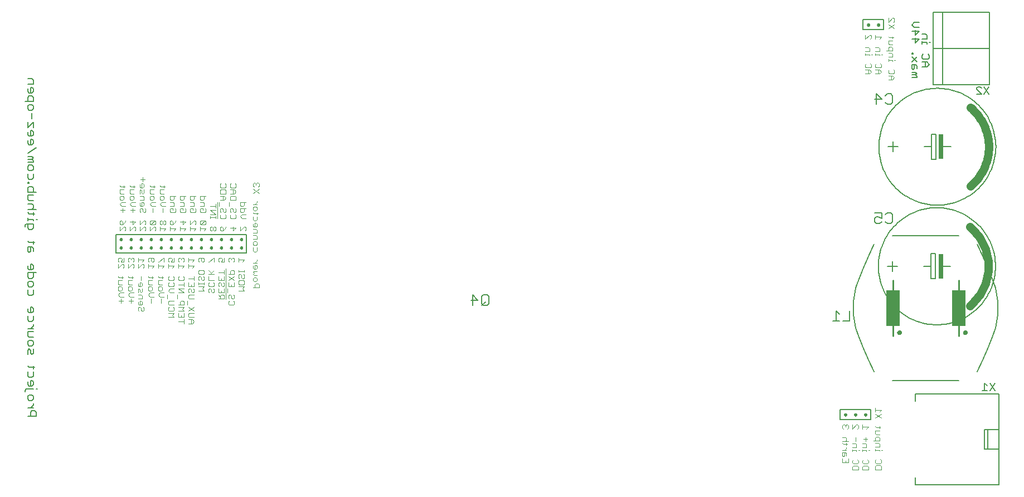
<source format=gbo>
G75*
G70*
%OFA0B0*%
%FSLAX24Y24*%
%IPPOS*%
%LPD*%
%AMOC8*
5,1,8,0,0,1.08239X$1,22.5*
%
%ADD10C,0.0050*%
%ADD11C,0.0040*%
%ADD12C,0.0100*%
%ADD13C,0.0060*%
%ADD14C,0.0070*%
%ADD15C,0.0500*%
%ADD16R,0.0250X0.1500*%
%ADD17R,0.0787X0.2165*%
%ADD18C,0.0138*%
D10*
X060084Y035652D02*
X060084Y036085D01*
X060084Y035652D02*
X065084Y035652D01*
X065084Y037778D01*
X065084Y038959D01*
X064415Y038959D01*
X064218Y038959D01*
X064218Y037778D01*
X064415Y037778D01*
X064415Y038959D01*
X065084Y038959D02*
X065084Y041085D01*
X060084Y041085D01*
X060084Y040652D01*
X058722Y041891D02*
X062659Y041891D01*
X064064Y041269D02*
X064364Y041269D01*
X064214Y041269D02*
X064214Y041719D01*
X064364Y041569D01*
X064524Y041719D02*
X064824Y041269D01*
X064524Y041269D02*
X064824Y041719D01*
X065084Y037778D02*
X064415Y037778D01*
X056636Y047796D02*
X056929Y048559D01*
X057258Y049308D01*
X057620Y050040D01*
X058722Y050553D02*
X062659Y050553D01*
X056636Y047797D02*
X056571Y047607D01*
X056514Y047414D01*
X056466Y047219D01*
X056427Y047022D01*
X056397Y046823D01*
X056376Y046623D01*
X056363Y046423D01*
X056360Y046222D01*
X064745Y047797D02*
X064810Y047607D01*
X064867Y047414D01*
X064915Y047219D01*
X064954Y047022D01*
X064984Y046823D01*
X065005Y046623D01*
X065018Y046423D01*
X065021Y046222D01*
X056636Y044647D02*
X056571Y044837D01*
X056514Y045030D01*
X056466Y045225D01*
X056427Y045422D01*
X056397Y045621D01*
X056376Y045821D01*
X056363Y046021D01*
X056360Y046222D01*
X064745Y044647D02*
X064810Y044837D01*
X064867Y045030D01*
X064915Y045225D01*
X064954Y045422D01*
X064984Y045621D01*
X065005Y045821D01*
X065018Y046021D01*
X065021Y046222D01*
X057620Y042403D02*
X057258Y043135D01*
X056929Y043884D01*
X056636Y044647D01*
X064745Y047796D02*
X064452Y048559D01*
X064123Y049308D01*
X063761Y050040D01*
X064745Y044647D02*
X064452Y043884D01*
X064123Y043135D01*
X063761Y042403D01*
X063726Y059016D02*
X064027Y059016D01*
X063726Y059316D01*
X063726Y059391D01*
X063801Y059466D01*
X063952Y059466D01*
X064027Y059391D01*
X064187Y059466D02*
X064487Y059016D01*
X064187Y059016D02*
X064487Y059466D01*
X064490Y059591D02*
X064490Y061756D01*
X061144Y061756D01*
X061144Y059591D01*
X061706Y059591D01*
X061706Y063921D01*
X061144Y063921D01*
X061144Y061756D01*
X060984Y062103D02*
X060909Y062103D01*
X060759Y062103D02*
X060459Y062103D01*
X060459Y062028D02*
X060459Y062178D01*
X060459Y062335D02*
X060759Y062335D01*
X060759Y062560D01*
X060684Y062635D01*
X060459Y062635D01*
X060309Y062779D02*
X060084Y062554D01*
X060084Y062854D01*
X060009Y063014D02*
X059859Y063165D01*
X060009Y063315D01*
X060309Y063315D01*
X060309Y063014D02*
X060009Y063014D01*
X059859Y062779D02*
X060309Y062779D01*
X060084Y062394D02*
X060084Y062094D01*
X060309Y062319D01*
X059859Y062319D01*
X059859Y061478D02*
X059859Y061403D01*
X059934Y061403D01*
X059934Y061478D01*
X059859Y061478D01*
X059859Y061243D02*
X060159Y060943D01*
X060084Y060782D02*
X060159Y060707D01*
X060159Y060557D01*
X060009Y060557D02*
X059934Y060482D01*
X059859Y060557D01*
X059859Y060782D01*
X060084Y060782D01*
X060009Y060782D02*
X060009Y060557D01*
X060084Y060322D02*
X059859Y060322D01*
X059859Y060172D02*
X060084Y060172D01*
X060159Y060247D01*
X060084Y060322D01*
X060084Y060172D02*
X060159Y060097D01*
X060159Y060022D01*
X059859Y060022D01*
X060459Y060647D02*
X060759Y060647D01*
X060909Y060797D01*
X060759Y060947D01*
X060459Y060947D01*
X060534Y061107D02*
X060459Y061182D01*
X060459Y061332D01*
X060534Y061407D01*
X060534Y061107D02*
X060834Y061107D01*
X060909Y061182D01*
X060909Y061332D01*
X060834Y061407D01*
X060684Y060947D02*
X060684Y060647D01*
X060159Y061243D02*
X059859Y060943D01*
X060759Y062028D02*
X060759Y062103D01*
X061706Y063921D02*
X064490Y063921D01*
X064490Y061756D01*
X064490Y059591D02*
X061706Y059591D01*
D11*
X058821Y060012D02*
X058700Y060132D01*
X058460Y060132D01*
X058520Y060260D02*
X058460Y060320D01*
X058460Y060440D01*
X058520Y060500D01*
X058520Y060260D02*
X058760Y060260D01*
X058821Y060320D01*
X058821Y060440D01*
X058760Y060500D01*
X058640Y060132D02*
X058640Y059892D01*
X058700Y059892D02*
X058821Y060012D01*
X058700Y059892D02*
X058460Y059892D01*
X058046Y060357D02*
X057925Y060477D01*
X057685Y060477D01*
X057745Y060605D02*
X057685Y060665D01*
X057685Y060785D01*
X057745Y060845D01*
X057745Y060605D02*
X057985Y060605D01*
X058046Y060665D01*
X058046Y060785D01*
X057985Y060845D01*
X057865Y060477D02*
X057865Y060236D01*
X057925Y060236D02*
X058046Y060357D01*
X057925Y060236D02*
X057685Y060236D01*
X057446Y060357D02*
X057325Y060477D01*
X057085Y060477D01*
X057145Y060605D02*
X057085Y060665D01*
X057085Y060785D01*
X057145Y060845D01*
X057145Y060605D02*
X057385Y060605D01*
X057446Y060665D01*
X057446Y060785D01*
X057385Y060845D01*
X057265Y060477D02*
X057265Y060236D01*
X057325Y060236D02*
X057446Y060357D01*
X057325Y060236D02*
X057085Y060236D01*
X058460Y060997D02*
X058460Y061117D01*
X058460Y061057D02*
X058700Y061057D01*
X058700Y060997D01*
X058821Y061057D02*
X058881Y061057D01*
X058700Y061242D02*
X058700Y061422D01*
X058640Y061483D01*
X058460Y061483D01*
X058460Y061611D02*
X058460Y061791D01*
X058520Y061851D01*
X058640Y061851D01*
X058700Y061791D01*
X058700Y061611D01*
X058340Y061611D01*
X058106Y061401D02*
X058046Y061401D01*
X057925Y061401D02*
X057685Y061401D01*
X057685Y061341D02*
X057685Y061461D01*
X057685Y061587D02*
X057925Y061587D01*
X057925Y061767D01*
X057865Y061827D01*
X057685Y061827D01*
X057325Y061767D02*
X057265Y061827D01*
X057085Y061827D01*
X057085Y061587D02*
X057325Y061587D01*
X057325Y061767D01*
X057325Y061401D02*
X057085Y061401D01*
X057085Y061341D02*
X057085Y061461D01*
X057325Y061401D02*
X057325Y061341D01*
X057446Y061401D02*
X057506Y061401D01*
X057925Y061401D02*
X057925Y061341D01*
X058460Y061242D02*
X058700Y061242D01*
X058700Y061979D02*
X058520Y061979D01*
X058460Y062039D01*
X058460Y062219D01*
X058700Y062219D01*
X058700Y062347D02*
X058700Y062467D01*
X058760Y062407D02*
X058520Y062407D01*
X058460Y062467D01*
X058046Y062444D02*
X057685Y062444D01*
X057685Y062324D02*
X057685Y062564D01*
X057446Y062504D02*
X057446Y062384D01*
X057385Y062324D01*
X057446Y062504D02*
X057385Y062564D01*
X057325Y062564D01*
X057085Y062324D01*
X057085Y062564D01*
X057925Y062324D02*
X058046Y062444D01*
X058460Y062961D02*
X058821Y063201D01*
X058760Y063329D02*
X058821Y063390D01*
X058821Y063510D01*
X058760Y063570D01*
X058700Y063570D01*
X058460Y063329D01*
X058460Y063570D01*
X058460Y063201D02*
X058821Y062961D01*
X020828Y053649D02*
X020828Y053529D01*
X020768Y053469D01*
X020828Y053341D02*
X020467Y053100D01*
X020467Y053341D02*
X020828Y053100D01*
X020527Y053469D02*
X020467Y053529D01*
X020467Y053649D01*
X020527Y053709D01*
X020587Y053709D01*
X020647Y053649D01*
X020647Y053589D01*
X020647Y053649D02*
X020708Y053709D01*
X020768Y053709D01*
X020828Y053649D01*
X019453Y053611D02*
X019453Y053491D01*
X019393Y053431D01*
X019152Y053431D01*
X019092Y053491D01*
X019092Y053611D01*
X019152Y053671D01*
X019393Y053671D02*
X019453Y053611D01*
X019333Y053303D02*
X019092Y053303D01*
X019272Y053303D02*
X019272Y053063D01*
X019333Y053063D02*
X019453Y053183D01*
X019333Y053303D01*
X019333Y053063D02*
X019092Y053063D01*
X019152Y052935D02*
X019393Y052935D01*
X019453Y052875D01*
X019453Y052694D01*
X019092Y052694D01*
X019092Y052875D01*
X019152Y052935D01*
X018853Y052815D02*
X018733Y052935D01*
X018492Y052935D01*
X018492Y053063D02*
X018492Y053243D01*
X018552Y053303D01*
X018793Y053303D01*
X018853Y053243D01*
X018853Y053063D01*
X018492Y053063D01*
X018672Y052935D02*
X018672Y052694D01*
X018733Y052694D02*
X018853Y052815D01*
X018733Y052694D02*
X018492Y052694D01*
X018432Y052566D02*
X018432Y052326D01*
X018552Y052198D02*
X018492Y052138D01*
X018492Y052018D01*
X018552Y051958D01*
X018552Y051830D02*
X018492Y051770D01*
X018492Y051650D01*
X018552Y051590D01*
X018793Y051590D01*
X018853Y051650D01*
X018853Y051770D01*
X018793Y051830D01*
X018793Y051958D02*
X018733Y051958D01*
X018672Y052018D01*
X018672Y052138D01*
X018612Y052198D01*
X018552Y052198D01*
X018793Y052198D02*
X018853Y052138D01*
X018853Y052018D01*
X018793Y051958D01*
X019092Y052018D02*
X019152Y051958D01*
X019092Y052018D02*
X019092Y052138D01*
X019152Y052198D01*
X019212Y052198D01*
X019272Y052138D01*
X019272Y052018D01*
X019333Y051958D01*
X019393Y051958D01*
X019453Y052018D01*
X019453Y052138D01*
X019393Y052198D01*
X019692Y052198D02*
X019692Y052018D01*
X019752Y051958D01*
X019872Y051958D01*
X019933Y052018D01*
X019933Y052198D01*
X020053Y052198D02*
X019692Y052198D01*
X019752Y052326D02*
X019872Y052326D01*
X019933Y052386D01*
X019933Y052566D01*
X020053Y052566D02*
X019692Y052566D01*
X019692Y052386D01*
X019752Y052326D01*
X019812Y051830D02*
X020053Y051830D01*
X020053Y051590D02*
X019812Y051590D01*
X019692Y051710D01*
X019812Y051830D01*
X019453Y051770D02*
X019453Y051650D01*
X019393Y051590D01*
X019152Y051590D01*
X019092Y051650D01*
X019092Y051770D01*
X019152Y051830D01*
X019393Y051830D02*
X019453Y051770D01*
X019032Y052326D02*
X019032Y052566D01*
X018332Y052552D02*
X018332Y051570D01*
X018253Y051590D02*
X018253Y051710D01*
X018253Y051650D02*
X017892Y051650D01*
X017892Y051590D02*
X017892Y051710D01*
X017892Y051835D02*
X018253Y051835D01*
X017892Y052075D01*
X018253Y052075D01*
X018253Y052203D02*
X018253Y052444D01*
X018253Y052323D02*
X017892Y052323D01*
X017653Y052138D02*
X017593Y052198D01*
X017653Y052138D02*
X017653Y052018D01*
X017593Y051958D01*
X017352Y051958D01*
X017292Y052018D01*
X017292Y052138D01*
X017352Y052198D01*
X017472Y052198D01*
X017472Y052078D01*
X017533Y052326D02*
X017533Y052506D01*
X017472Y052566D01*
X017292Y052566D01*
X017352Y052694D02*
X017472Y052694D01*
X017533Y052754D01*
X017533Y052935D01*
X017653Y052935D02*
X017292Y052935D01*
X017292Y052754D01*
X017352Y052694D01*
X017292Y052326D02*
X017533Y052326D01*
X017053Y052138D02*
X016993Y052198D01*
X017053Y052138D02*
X017053Y052018D01*
X016993Y051958D01*
X016752Y051958D01*
X016692Y052018D01*
X016692Y052138D01*
X016752Y052198D01*
X016872Y052198D01*
X016872Y052078D01*
X016933Y052326D02*
X016933Y052506D01*
X016872Y052566D01*
X016692Y052566D01*
X016752Y052694D02*
X016872Y052694D01*
X016933Y052754D01*
X016933Y052935D01*
X017053Y052935D02*
X016692Y052935D01*
X016692Y052754D01*
X016752Y052694D01*
X016692Y052326D02*
X016933Y052326D01*
X016453Y052138D02*
X016453Y052018D01*
X016393Y051958D01*
X016152Y051958D01*
X016092Y052018D01*
X016092Y052138D01*
X016152Y052198D01*
X016272Y052198D01*
X016272Y052078D01*
X016393Y052198D02*
X016453Y052138D01*
X016333Y052326D02*
X016333Y052506D01*
X016272Y052566D01*
X016092Y052566D01*
X016152Y052694D02*
X016272Y052694D01*
X016333Y052754D01*
X016333Y052935D01*
X016453Y052935D02*
X016092Y052935D01*
X016092Y052754D01*
X016152Y052694D01*
X016092Y052326D02*
X016333Y052326D01*
X015853Y052138D02*
X015793Y052198D01*
X015853Y052138D02*
X015853Y052018D01*
X015793Y051958D01*
X015552Y051958D01*
X015492Y052018D01*
X015492Y052138D01*
X015552Y052198D01*
X015672Y052198D01*
X015672Y052078D01*
X015733Y052326D02*
X015733Y052506D01*
X015672Y052566D01*
X015492Y052566D01*
X015552Y052694D02*
X015672Y052694D01*
X015733Y052754D01*
X015733Y052935D01*
X015853Y052935D02*
X015492Y052935D01*
X015492Y052754D01*
X015552Y052694D01*
X015253Y052566D02*
X015012Y052566D01*
X014892Y052446D01*
X015012Y052326D01*
X015253Y052326D01*
X015072Y052198D02*
X015072Y051958D01*
X015012Y051461D02*
X014952Y051461D01*
X014892Y051401D01*
X014892Y051281D01*
X014952Y051221D01*
X015012Y051221D01*
X015072Y051281D01*
X015072Y051401D01*
X015012Y051461D01*
X015072Y051401D02*
X015133Y051461D01*
X015193Y051461D01*
X015253Y051401D01*
X015253Y051281D01*
X015193Y051221D01*
X015133Y051221D01*
X015072Y051281D01*
X014892Y051093D02*
X014892Y050853D01*
X014892Y050973D02*
X015253Y050973D01*
X015133Y050853D01*
X015492Y050853D02*
X015492Y051093D01*
X015492Y050973D02*
X015853Y050973D01*
X015733Y050853D01*
X016092Y050853D02*
X016092Y051093D01*
X016092Y050973D02*
X016453Y050973D01*
X016333Y050853D01*
X016692Y050853D02*
X016692Y051093D01*
X016692Y050973D02*
X017053Y050973D01*
X016933Y050853D01*
X017292Y050853D02*
X017292Y051093D01*
X017292Y050973D02*
X017653Y050973D01*
X017533Y050853D01*
X017892Y050913D02*
X017952Y050853D01*
X018012Y050853D01*
X018072Y050913D01*
X018072Y051033D01*
X018012Y051093D01*
X017952Y051093D01*
X017892Y051033D01*
X017892Y050913D01*
X018072Y050913D02*
X018133Y050853D01*
X018193Y050853D01*
X018253Y050913D01*
X018253Y051033D01*
X018193Y051093D01*
X018133Y051093D01*
X018072Y051033D01*
X018492Y051033D02*
X018552Y051093D01*
X018612Y051093D01*
X018672Y051033D01*
X018672Y050853D01*
X018552Y050853D01*
X018492Y050913D01*
X018492Y051033D01*
X018672Y050853D02*
X018793Y050973D01*
X018853Y051093D01*
X019092Y051033D02*
X019453Y051033D01*
X019272Y050853D01*
X019272Y051093D01*
X019692Y051093D02*
X019692Y050853D01*
X019933Y051093D01*
X019993Y051093D01*
X020053Y051033D01*
X020053Y050913D01*
X019993Y050853D01*
X020467Y050947D02*
X020647Y050947D01*
X020708Y050886D01*
X020708Y050706D01*
X020467Y050706D01*
X020467Y050578D02*
X020647Y050578D01*
X020708Y050518D01*
X020708Y050338D01*
X020467Y050338D01*
X020527Y050210D02*
X020647Y050210D01*
X020708Y050150D01*
X020708Y050030D01*
X020647Y049970D01*
X020527Y049970D01*
X020467Y050030D01*
X020467Y050150D01*
X020527Y050210D01*
X020467Y049842D02*
X020467Y049661D01*
X020527Y049601D01*
X020647Y049601D01*
X020708Y049661D01*
X020708Y049842D01*
X020708Y049106D02*
X020708Y049046D01*
X020587Y048926D01*
X020467Y048926D02*
X020708Y048926D01*
X020647Y048798D02*
X020587Y048798D01*
X020587Y048558D01*
X020527Y048558D02*
X020647Y048558D01*
X020708Y048618D01*
X020708Y048738D01*
X020647Y048798D01*
X020467Y048738D02*
X020467Y048618D01*
X020527Y048558D01*
X020527Y048430D02*
X020708Y048430D01*
X020527Y048430D02*
X020467Y048370D01*
X020527Y048310D01*
X020467Y048250D01*
X020527Y048190D01*
X020708Y048190D01*
X020647Y048061D02*
X020708Y048001D01*
X020708Y047881D01*
X020647Y047821D01*
X020527Y047821D01*
X020467Y047881D01*
X020467Y048001D01*
X020527Y048061D01*
X020647Y048061D01*
X020647Y047693D02*
X020587Y047633D01*
X020587Y047453D01*
X020467Y047453D02*
X020828Y047453D01*
X020828Y047633D01*
X020768Y047693D01*
X020647Y047693D01*
X019953Y047694D02*
X019893Y047634D01*
X019652Y047634D01*
X019592Y047694D01*
X019592Y047814D01*
X019652Y047874D01*
X019893Y047874D01*
X019953Y047814D01*
X019953Y047694D01*
X019953Y047506D02*
X019592Y047506D01*
X019353Y047511D02*
X018992Y047511D01*
X018992Y047752D01*
X018992Y047880D02*
X019353Y048120D01*
X019353Y048248D02*
X019353Y048428D01*
X019293Y048488D01*
X019172Y048488D01*
X019112Y048428D01*
X019112Y048248D01*
X018992Y048248D02*
X019353Y048248D01*
X019592Y048183D02*
X019592Y048062D01*
X019652Y048002D01*
X019772Y048062D02*
X019833Y048002D01*
X019893Y048002D01*
X019953Y048062D01*
X019953Y048183D01*
X019893Y048243D01*
X019772Y048183D02*
X019712Y048243D01*
X019652Y048243D01*
X019592Y048183D01*
X019772Y048183D02*
X019772Y048062D01*
X019592Y048371D02*
X019592Y048491D01*
X019592Y048431D02*
X019953Y048431D01*
X019953Y048371D02*
X019953Y048491D01*
X019833Y048985D02*
X019953Y049105D01*
X019592Y049105D01*
X019592Y048985D02*
X019592Y049225D01*
X019353Y049165D02*
X019293Y049225D01*
X019233Y049225D01*
X019172Y049165D01*
X019112Y049225D01*
X019052Y049225D01*
X018992Y049165D01*
X018992Y049045D01*
X019052Y048985D01*
X019172Y049105D02*
X019172Y049165D01*
X019353Y049165D02*
X019353Y049045D01*
X019293Y048985D01*
X018753Y048985D02*
X018572Y048985D01*
X018633Y049105D01*
X018633Y049165D01*
X018572Y049225D01*
X018452Y049225D01*
X018392Y049165D01*
X018392Y049045D01*
X018452Y048985D01*
X018153Y048985D02*
X018153Y049225D01*
X018093Y049225D01*
X017852Y048985D01*
X017792Y048985D01*
X017553Y049045D02*
X017493Y048985D01*
X017433Y048985D01*
X017372Y049045D01*
X017372Y049225D01*
X017252Y049225D02*
X017493Y049225D01*
X017553Y049165D01*
X017553Y049045D01*
X017252Y048985D02*
X017192Y049045D01*
X017192Y049165D01*
X017252Y049225D01*
X016953Y049105D02*
X016592Y049105D01*
X016592Y048985D02*
X016592Y049225D01*
X016353Y049165D02*
X016293Y049225D01*
X016233Y049225D01*
X016172Y049165D01*
X016112Y049225D01*
X016052Y049225D01*
X015992Y049165D01*
X015992Y049045D01*
X016052Y048985D01*
X015992Y048856D02*
X015992Y048616D01*
X015992Y048736D02*
X016353Y048736D01*
X016233Y048616D01*
X016592Y048616D02*
X016592Y048856D01*
X016592Y048736D02*
X016953Y048736D01*
X016833Y048616D01*
X016833Y048985D02*
X016953Y049105D01*
X016353Y049045D02*
X016353Y049165D01*
X016353Y049045D02*
X016293Y048985D01*
X016172Y049105D02*
X016172Y049165D01*
X015753Y049225D02*
X015753Y048985D01*
X015572Y048985D01*
X015633Y049105D01*
X015633Y049165D01*
X015572Y049225D01*
X015452Y049225D01*
X015392Y049165D01*
X015392Y049045D01*
X015452Y048985D01*
X015392Y048856D02*
X015392Y048616D01*
X015392Y048736D02*
X015753Y048736D01*
X015633Y048616D01*
X015153Y048736D02*
X014792Y048736D01*
X014792Y048616D02*
X014792Y048856D01*
X014792Y048985D02*
X014852Y048985D01*
X015093Y049225D01*
X015153Y049225D01*
X015153Y048985D01*
X015153Y048736D02*
X015033Y048616D01*
X015033Y048122D02*
X015033Y048002D01*
X015093Y048062D02*
X014852Y048062D01*
X014792Y048122D01*
X014792Y047874D02*
X015033Y047874D01*
X015033Y047634D02*
X014852Y047634D01*
X014792Y047694D01*
X014792Y047874D01*
X014493Y048062D02*
X014252Y048062D01*
X014192Y048122D01*
X014433Y048122D02*
X014433Y048002D01*
X014433Y047874D02*
X014192Y047874D01*
X014192Y047694D01*
X014252Y047634D01*
X014433Y047634D01*
X014372Y047506D02*
X014433Y047446D01*
X014433Y047326D01*
X014372Y047266D01*
X014252Y047266D01*
X014192Y047326D01*
X014192Y047446D01*
X014252Y047506D01*
X014372Y047506D01*
X014312Y047138D02*
X014553Y047138D01*
X014553Y046897D02*
X014312Y046897D01*
X014192Y047018D01*
X014312Y047138D01*
X014372Y046769D02*
X014372Y046529D01*
X013953Y046218D02*
X013953Y046098D01*
X013893Y046038D01*
X013833Y046038D01*
X013772Y046098D01*
X013772Y046218D01*
X013712Y046278D01*
X013652Y046278D01*
X013592Y046218D01*
X013592Y046098D01*
X013652Y046038D01*
X013893Y046278D02*
X013953Y046218D01*
X013772Y046406D02*
X013833Y046466D01*
X013833Y046587D01*
X013772Y046647D01*
X013712Y046647D01*
X013712Y046406D01*
X013652Y046406D02*
X013772Y046406D01*
X013652Y046406D02*
X013592Y046466D01*
X013592Y046587D01*
X013592Y046775D02*
X013833Y046775D01*
X013833Y046955D01*
X013772Y047015D01*
X013592Y047015D01*
X013592Y047143D02*
X013592Y047323D01*
X013652Y047383D01*
X013712Y047323D01*
X013712Y047203D01*
X013772Y047143D01*
X013833Y047203D01*
X013833Y047383D01*
X013772Y047511D02*
X013833Y047571D01*
X013833Y047691D01*
X013772Y047752D01*
X013712Y047752D01*
X013712Y047511D01*
X013652Y047511D02*
X013772Y047511D01*
X013652Y047511D02*
X013592Y047571D01*
X013592Y047691D01*
X013772Y047880D02*
X013772Y048120D01*
X013293Y048062D02*
X013052Y048062D01*
X012992Y048122D01*
X013233Y048122D02*
X013233Y048002D01*
X013233Y047874D02*
X012992Y047874D01*
X012992Y047694D01*
X013052Y047634D01*
X013233Y047634D01*
X013172Y047506D02*
X013233Y047446D01*
X013233Y047326D01*
X013172Y047266D01*
X013052Y047266D01*
X012992Y047326D01*
X012992Y047446D01*
X013052Y047506D01*
X013172Y047506D01*
X013112Y047138D02*
X013353Y047138D01*
X013353Y046897D02*
X013112Y046897D01*
X012992Y047018D01*
X013112Y047138D01*
X012753Y047138D02*
X012512Y047138D01*
X012392Y047018D01*
X012512Y046897D01*
X012753Y046897D01*
X012572Y046769D02*
X012572Y046529D01*
X012452Y046649D02*
X012693Y046649D01*
X013052Y046649D02*
X013293Y046649D01*
X013172Y046529D02*
X013172Y046769D01*
X012633Y047326D02*
X012572Y047266D01*
X012452Y047266D01*
X012392Y047326D01*
X012392Y047446D01*
X012452Y047506D01*
X012572Y047506D01*
X012633Y047446D01*
X012633Y047326D01*
X012633Y047634D02*
X012452Y047634D01*
X012392Y047694D01*
X012392Y047874D01*
X012633Y047874D01*
X012633Y048002D02*
X012633Y048122D01*
X012693Y048062D02*
X012452Y048062D01*
X012392Y048122D01*
X012392Y048616D02*
X012633Y048856D01*
X012693Y048856D01*
X012753Y048796D01*
X012753Y048676D01*
X012693Y048616D01*
X012992Y048616D02*
X013233Y048856D01*
X013293Y048856D01*
X013353Y048796D01*
X013353Y048676D01*
X013293Y048616D01*
X013592Y048616D02*
X013833Y048856D01*
X013893Y048856D01*
X013953Y048796D01*
X013953Y048676D01*
X013893Y048616D01*
X014192Y048616D02*
X014192Y048856D01*
X014192Y048736D02*
X014553Y048736D01*
X014433Y048616D01*
X014433Y048985D02*
X014372Y049045D01*
X014372Y049225D01*
X014252Y049225D02*
X014493Y049225D01*
X014553Y049165D01*
X014553Y049045D01*
X014493Y048985D01*
X014433Y048985D01*
X014252Y048985D02*
X014192Y049045D01*
X014192Y049165D01*
X014252Y049225D01*
X013953Y049105D02*
X013592Y049105D01*
X013592Y048985D02*
X013592Y049225D01*
X013353Y049165D02*
X013293Y049225D01*
X013233Y049225D01*
X013172Y049165D01*
X013112Y049225D01*
X013052Y049225D01*
X012992Y049165D01*
X012992Y049045D01*
X013052Y048985D01*
X012992Y048856D02*
X012992Y048616D01*
X012753Y048985D02*
X012572Y048985D01*
X012633Y049105D01*
X012633Y049165D01*
X012572Y049225D01*
X012452Y049225D01*
X012392Y049165D01*
X012392Y049045D01*
X012452Y048985D01*
X012392Y048856D02*
X012392Y048616D01*
X012753Y048985D02*
X012753Y049225D01*
X013172Y049165D02*
X013172Y049105D01*
X013293Y048985D02*
X013353Y049045D01*
X013353Y049165D01*
X013592Y048856D02*
X013592Y048616D01*
X013833Y048985D02*
X013953Y049105D01*
X015392Y048060D02*
X015392Y047940D01*
X015452Y047880D01*
X015693Y047880D01*
X015753Y047940D01*
X015753Y048060D01*
X015693Y048120D01*
X015452Y048120D02*
X015392Y048060D01*
X015452Y047752D02*
X015392Y047691D01*
X015392Y047571D01*
X015452Y047511D01*
X015693Y047511D01*
X015753Y047571D01*
X015753Y047691D01*
X015693Y047752D01*
X015992Y047631D02*
X016353Y047631D01*
X016353Y047511D02*
X016353Y047752D01*
X016293Y047880D02*
X016052Y047880D01*
X015992Y047940D01*
X015992Y048060D01*
X016052Y048120D01*
X016293Y048120D02*
X016353Y048060D01*
X016353Y047940D01*
X016293Y047880D01*
X016592Y048000D02*
X016953Y048000D01*
X016953Y047880D02*
X016953Y048120D01*
X017192Y048060D02*
X017192Y047940D01*
X017252Y047880D01*
X017372Y047940D02*
X017372Y048060D01*
X017312Y048120D01*
X017252Y048120D01*
X017192Y048060D01*
X017252Y048248D02*
X017192Y048308D01*
X017192Y048428D01*
X017252Y048488D01*
X017493Y048488D01*
X017553Y048428D01*
X017553Y048308D01*
X017493Y048248D01*
X017252Y048248D01*
X017493Y048120D02*
X017553Y048060D01*
X017553Y047940D01*
X017493Y047880D01*
X017433Y047880D01*
X017372Y047940D01*
X017192Y047754D02*
X017192Y047634D01*
X017192Y047694D02*
X017553Y047694D01*
X017553Y047634D02*
X017553Y047754D01*
X017792Y047691D02*
X017852Y047752D01*
X017792Y047691D02*
X017792Y047571D01*
X017852Y047511D01*
X018093Y047511D01*
X018153Y047571D01*
X018153Y047691D01*
X018093Y047752D01*
X018153Y047880D02*
X017792Y047880D01*
X017792Y048120D01*
X017792Y048248D02*
X018153Y048248D01*
X017972Y048308D02*
X017792Y048488D01*
X017912Y048248D02*
X018153Y048488D01*
X018392Y048368D02*
X018753Y048368D01*
X018753Y048248D02*
X018753Y048488D01*
X018832Y048596D02*
X018832Y046755D01*
X018753Y046775D02*
X018753Y046955D01*
X018693Y047015D01*
X018572Y047015D01*
X018512Y046955D01*
X018512Y046775D01*
X018392Y046775D02*
X018753Y046775D01*
X018992Y046835D02*
X019052Y046775D01*
X018992Y046835D02*
X018992Y046955D01*
X019052Y047015D01*
X019112Y047015D01*
X019172Y046955D01*
X019172Y046835D01*
X019233Y046775D01*
X019293Y046775D01*
X019353Y046835D01*
X019353Y046955D01*
X019293Y047015D01*
X019293Y046647D02*
X019353Y046587D01*
X019353Y046466D01*
X019293Y046406D01*
X019052Y046406D01*
X018992Y046466D01*
X018992Y046587D01*
X019052Y046647D01*
X018932Y047143D02*
X018932Y047383D01*
X018753Y047383D02*
X018753Y047143D01*
X018392Y047143D01*
X018392Y047383D01*
X018452Y047511D02*
X018392Y047571D01*
X018392Y047691D01*
X018452Y047752D01*
X018512Y047752D01*
X018572Y047691D01*
X018572Y047571D01*
X018633Y047511D01*
X018693Y047511D01*
X018753Y047571D01*
X018753Y047691D01*
X018693Y047752D01*
X018753Y047880D02*
X018392Y047880D01*
X018392Y048120D01*
X018572Y048000D02*
X018572Y047880D01*
X018753Y047880D02*
X018753Y048120D01*
X018992Y048120D02*
X019353Y047880D01*
X019353Y047752D02*
X019353Y047511D01*
X019172Y047511D02*
X019172Y047631D01*
X019592Y047266D02*
X019953Y047266D01*
X019833Y047386D01*
X019953Y047506D01*
X018572Y047263D02*
X018572Y047143D01*
X018392Y047015D02*
X018512Y046895D01*
X018153Y047203D02*
X018093Y047143D01*
X018033Y047143D01*
X017972Y047203D01*
X017972Y047323D01*
X017912Y047383D01*
X017852Y047383D01*
X017792Y047323D01*
X017792Y047203D01*
X017852Y047143D01*
X018153Y047203D02*
X018153Y047323D01*
X018093Y047383D01*
X017553Y047266D02*
X017433Y047386D01*
X017553Y047506D01*
X017192Y047506D01*
X016953Y047511D02*
X016592Y047511D01*
X016592Y047752D01*
X016772Y047631D02*
X016772Y047511D01*
X016712Y047383D02*
X016652Y047383D01*
X016592Y047323D01*
X016592Y047203D01*
X016652Y047143D01*
X016652Y047015D02*
X016953Y047015D01*
X016893Y047143D02*
X016833Y047143D01*
X016772Y047203D01*
X016772Y047323D01*
X016712Y047383D01*
X016893Y047383D02*
X016953Y047323D01*
X016953Y047203D01*
X016893Y047143D01*
X016652Y047015D02*
X016592Y046955D01*
X016592Y046835D01*
X016652Y046775D01*
X016953Y046775D01*
X016532Y046647D02*
X016532Y046406D01*
X016592Y046278D02*
X016953Y046038D01*
X016953Y045910D02*
X016652Y045910D01*
X016592Y045850D01*
X016592Y045730D01*
X016652Y045670D01*
X016953Y045670D01*
X016833Y045542D02*
X016592Y045542D01*
X016772Y045542D02*
X016772Y045301D01*
X016833Y045301D02*
X016953Y045422D01*
X016833Y045542D01*
X016833Y045301D02*
X016592Y045301D01*
X016353Y045301D02*
X016353Y045542D01*
X016353Y045422D02*
X015992Y045422D01*
X015992Y045670D02*
X015992Y045910D01*
X015992Y046038D02*
X016353Y046038D01*
X016233Y046158D01*
X016353Y046278D01*
X015992Y046278D01*
X015992Y046406D02*
X016353Y046406D01*
X016353Y046587D01*
X016293Y046647D01*
X016172Y046647D01*
X016112Y046587D01*
X016112Y046406D01*
X015753Y046406D02*
X015452Y046406D01*
X015392Y046466D01*
X015392Y046587D01*
X015452Y046647D01*
X015753Y046647D01*
X015932Y046775D02*
X015932Y047015D01*
X015992Y047143D02*
X016353Y047143D01*
X015992Y047383D01*
X016353Y047383D01*
X015753Y047383D02*
X015512Y047383D01*
X015392Y047263D01*
X015512Y047143D01*
X015753Y047143D01*
X015332Y047015D02*
X015332Y046775D01*
X015153Y046897D02*
X014912Y046897D01*
X014792Y047018D01*
X014912Y047138D01*
X015153Y047138D01*
X014972Y047266D02*
X014852Y047266D01*
X014792Y047326D01*
X014792Y047446D01*
X014852Y047506D01*
X014972Y047506D01*
X015033Y047446D01*
X015033Y047326D01*
X014972Y047266D01*
X014972Y046769D02*
X014972Y046529D01*
X015392Y046218D02*
X015452Y046278D01*
X015392Y046218D02*
X015392Y046098D01*
X015452Y046038D01*
X015693Y046038D01*
X015753Y046098D01*
X015753Y046218D01*
X015693Y046278D01*
X015753Y045910D02*
X015392Y045910D01*
X015392Y045670D02*
X015753Y045670D01*
X015633Y045790D01*
X015753Y045910D01*
X015992Y045670D02*
X016353Y045670D01*
X016353Y045910D01*
X016172Y045790D02*
X016172Y045670D01*
X016592Y046038D02*
X016953Y046278D01*
X017192Y047266D02*
X017553Y047266D01*
X016953Y047511D02*
X016953Y047752D01*
X018753Y048985D02*
X018753Y049225D01*
X017593Y051221D02*
X017653Y051281D01*
X017653Y051401D01*
X017593Y051461D01*
X017352Y051221D01*
X017292Y051281D01*
X017292Y051401D01*
X017352Y051461D01*
X017593Y051461D01*
X017593Y051221D02*
X017352Y051221D01*
X017053Y051281D02*
X016993Y051221D01*
X017053Y051281D02*
X017053Y051401D01*
X016993Y051461D01*
X016933Y051461D01*
X016692Y051221D01*
X016692Y051461D01*
X016453Y051401D02*
X016272Y051221D01*
X016272Y051461D01*
X016092Y051401D02*
X016453Y051401D01*
X015853Y051461D02*
X015793Y051341D01*
X015672Y051221D01*
X015672Y051401D01*
X015612Y051461D01*
X015552Y051461D01*
X015492Y051401D01*
X015492Y051281D01*
X015552Y051221D01*
X015672Y051221D01*
X014653Y051281D02*
X014653Y051401D01*
X014593Y051461D01*
X014352Y051221D01*
X014292Y051281D01*
X014292Y051401D01*
X014352Y051461D01*
X014593Y051461D01*
X014653Y051281D02*
X014593Y051221D01*
X014352Y051221D01*
X014292Y051093D02*
X014292Y050853D01*
X014533Y051093D01*
X014593Y051093D01*
X014653Y051033D01*
X014653Y050913D01*
X014593Y050853D01*
X014053Y050913D02*
X013993Y050853D01*
X014053Y050913D02*
X014053Y051033D01*
X013993Y051093D01*
X013933Y051093D01*
X013692Y050853D01*
X013692Y051093D01*
X013692Y051221D02*
X013933Y051461D01*
X013993Y051461D01*
X014053Y051401D01*
X014053Y051281D01*
X013993Y051221D01*
X013692Y051221D02*
X013692Y051461D01*
X013453Y051401D02*
X013272Y051221D01*
X013272Y051461D01*
X013092Y051401D02*
X013453Y051401D01*
X013393Y051093D02*
X013453Y051033D01*
X013453Y050913D01*
X013393Y050853D01*
X013393Y051093D02*
X013333Y051093D01*
X013092Y050853D01*
X013092Y051093D01*
X012853Y051033D02*
X012853Y050913D01*
X012793Y050853D01*
X012853Y051033D02*
X012793Y051093D01*
X012733Y051093D01*
X012492Y050853D01*
X012492Y051093D01*
X012552Y051221D02*
X012492Y051281D01*
X012492Y051401D01*
X012552Y051461D01*
X012612Y051461D01*
X012672Y051401D01*
X012672Y051221D01*
X012552Y051221D01*
X012672Y051221D02*
X012793Y051341D01*
X012853Y051461D01*
X012672Y051958D02*
X012672Y052198D01*
X012612Y052326D02*
X012492Y052446D01*
X012612Y052566D01*
X012853Y052566D01*
X012672Y052694D02*
X012552Y052694D01*
X012492Y052754D01*
X012492Y052875D01*
X012552Y052935D01*
X012672Y052935D01*
X012733Y052875D01*
X012733Y052754D01*
X012672Y052694D01*
X012612Y052326D02*
X012853Y052326D01*
X012793Y052078D02*
X012552Y052078D01*
X013152Y052078D02*
X013393Y052078D01*
X013272Y051958D02*
X013272Y052198D01*
X013212Y052326D02*
X013092Y052446D01*
X013212Y052566D01*
X013453Y052566D01*
X013272Y052694D02*
X013152Y052694D01*
X013092Y052754D01*
X013092Y052875D01*
X013152Y052935D01*
X013272Y052935D01*
X013333Y052875D01*
X013333Y052754D01*
X013272Y052694D01*
X013212Y052326D02*
X013453Y052326D01*
X013692Y052386D02*
X013752Y052326D01*
X013872Y052326D01*
X013933Y052386D01*
X013933Y052506D01*
X013872Y052566D01*
X013812Y052566D01*
X013812Y052326D01*
X013812Y052198D02*
X013752Y052198D01*
X013692Y052138D01*
X013692Y052018D01*
X013752Y051958D01*
X013872Y052018D02*
X013872Y052138D01*
X013812Y052198D01*
X013993Y052198D02*
X014053Y052138D01*
X014053Y052018D01*
X013993Y051958D01*
X013933Y051958D01*
X013872Y052018D01*
X013692Y052386D02*
X013692Y052506D01*
X013692Y052694D02*
X013933Y052694D01*
X013933Y052875D01*
X013872Y052935D01*
X013692Y052935D01*
X013692Y053063D02*
X013692Y053243D01*
X013752Y053303D01*
X013812Y053243D01*
X013812Y053123D01*
X013872Y053063D01*
X013933Y053123D01*
X013933Y053303D01*
X013872Y053431D02*
X013933Y053491D01*
X013933Y053611D01*
X013872Y053671D01*
X013812Y053671D01*
X013812Y053431D01*
X013752Y053431D02*
X013872Y053431D01*
X013752Y053431D02*
X013692Y053491D01*
X013692Y053611D01*
X013872Y053799D02*
X013872Y054040D01*
X013752Y053919D02*
X013993Y053919D01*
X014292Y053551D02*
X014352Y053491D01*
X014593Y053491D01*
X014533Y053431D02*
X014533Y053551D01*
X014533Y053303D02*
X014292Y053303D01*
X014292Y053123D01*
X014352Y053063D01*
X014533Y053063D01*
X014472Y052935D02*
X014533Y052875D01*
X014533Y052754D01*
X014472Y052694D01*
X014352Y052694D01*
X014292Y052754D01*
X014292Y052875D01*
X014352Y052935D01*
X014472Y052935D01*
X014412Y052566D02*
X014653Y052566D01*
X014653Y052326D02*
X014412Y052326D01*
X014292Y052446D01*
X014412Y052566D01*
X014472Y052198D02*
X014472Y051958D01*
X014952Y052694D02*
X014892Y052754D01*
X014892Y052875D01*
X014952Y052935D01*
X015072Y052935D01*
X015133Y052875D01*
X015133Y052754D01*
X015072Y052694D01*
X014952Y052694D01*
X014952Y053063D02*
X014892Y053123D01*
X014892Y053303D01*
X015133Y053303D01*
X015133Y053431D02*
X015133Y053551D01*
X015193Y053491D02*
X014952Y053491D01*
X014892Y053551D01*
X014952Y053063D02*
X015133Y053063D01*
X015492Y052326D02*
X015733Y052326D01*
X013333Y053063D02*
X013152Y053063D01*
X013092Y053123D01*
X013092Y053303D01*
X013333Y053303D01*
X013333Y053431D02*
X013333Y053551D01*
X013393Y053491D02*
X013152Y053491D01*
X013092Y053551D01*
X012793Y053491D02*
X012552Y053491D01*
X012492Y053551D01*
X012733Y053551D02*
X012733Y053431D01*
X012733Y053303D02*
X012492Y053303D01*
X012492Y053123D01*
X012552Y053063D01*
X012733Y053063D01*
X018492Y053491D02*
X018492Y053611D01*
X018552Y053671D01*
X018492Y053491D02*
X018552Y053431D01*
X018793Y053431D01*
X018853Y053491D01*
X018853Y053611D01*
X018793Y053671D01*
X020467Y052425D02*
X020708Y052425D01*
X020708Y052545D02*
X020708Y052605D01*
X020708Y052545D02*
X020587Y052425D01*
X020527Y052297D02*
X020647Y052297D01*
X020708Y052237D01*
X020708Y052117D01*
X020647Y052057D01*
X020527Y052057D01*
X020467Y052117D01*
X020467Y052237D01*
X020527Y052297D01*
X020467Y051931D02*
X020527Y051871D01*
X020768Y051871D01*
X020708Y051811D02*
X020708Y051931D01*
X020708Y051683D02*
X020708Y051503D01*
X020647Y051443D01*
X020527Y051443D01*
X020467Y051503D01*
X020467Y051683D01*
X020587Y051315D02*
X020587Y051075D01*
X020527Y051075D02*
X020647Y051075D01*
X020708Y051135D01*
X020708Y051255D01*
X020647Y051315D01*
X020587Y051315D01*
X020467Y051255D02*
X020467Y051135D01*
X020527Y051075D01*
X055710Y039179D02*
X055710Y039059D01*
X055770Y038999D01*
X055890Y039119D02*
X055890Y039179D01*
X055830Y039239D01*
X055770Y039239D01*
X055710Y039179D01*
X055890Y039179D02*
X055950Y039239D01*
X056010Y039239D01*
X056071Y039179D01*
X056071Y039059D01*
X056010Y038999D01*
X056310Y038999D02*
X056550Y039239D01*
X056610Y039239D01*
X056671Y039179D01*
X056671Y039059D01*
X056610Y038999D01*
X056310Y038999D02*
X056310Y039239D01*
X056910Y039239D02*
X056910Y038999D01*
X056910Y039119D02*
X057271Y039119D01*
X057150Y038999D01*
X057090Y038502D02*
X057090Y038262D01*
X057090Y038134D02*
X056910Y038134D01*
X057090Y038134D02*
X057150Y038074D01*
X057150Y037894D01*
X056910Y037894D01*
X056910Y037768D02*
X056910Y037648D01*
X056910Y037708D02*
X057150Y037708D01*
X057150Y037648D01*
X057271Y037708D02*
X057331Y037708D01*
X057685Y037732D02*
X057925Y037732D01*
X057925Y037672D01*
X058046Y037732D02*
X058106Y037732D01*
X057925Y037917D02*
X057925Y038097D01*
X057865Y038158D01*
X057685Y038158D01*
X057685Y038286D02*
X057685Y038466D01*
X057745Y038526D01*
X057865Y038526D01*
X057925Y038466D01*
X057925Y038286D01*
X057565Y038286D01*
X057210Y038382D02*
X056970Y038382D01*
X056490Y038262D02*
X056490Y038502D01*
X056490Y038134D02*
X056310Y038134D01*
X056490Y038134D02*
X056550Y038074D01*
X056550Y037894D01*
X056310Y037894D01*
X056310Y037768D02*
X056310Y037648D01*
X056310Y037708D02*
X056550Y037708D01*
X056550Y037648D01*
X056671Y037708D02*
X056731Y037708D01*
X056610Y037152D02*
X056671Y037092D01*
X056671Y036971D01*
X056610Y036911D01*
X056370Y036911D01*
X056310Y036971D01*
X056310Y037092D01*
X056370Y037152D01*
X056071Y037213D02*
X056071Y036973D01*
X055710Y036973D01*
X055710Y037213D01*
X055770Y037341D02*
X055830Y037401D01*
X055830Y037581D01*
X055890Y037581D02*
X055710Y037581D01*
X055710Y037401D01*
X055770Y037341D01*
X055950Y037401D02*
X055950Y037521D01*
X055890Y037581D01*
X055830Y037709D02*
X055950Y037830D01*
X055950Y037890D01*
X055950Y038016D02*
X055950Y038136D01*
X056010Y038076D02*
X055770Y038076D01*
X055710Y038136D01*
X055710Y038262D02*
X056071Y038262D01*
X055950Y038322D02*
X055890Y038262D01*
X055950Y038322D02*
X055950Y038442D01*
X055890Y038502D01*
X055710Y038502D01*
X055710Y037709D02*
X055950Y037709D01*
X055890Y037093D02*
X055890Y036973D01*
X056310Y036723D02*
X056370Y036783D01*
X056610Y036783D01*
X056671Y036723D01*
X056671Y036543D01*
X056310Y036543D01*
X056310Y036723D01*
X056910Y036723D02*
X056970Y036783D01*
X057210Y036783D01*
X057271Y036723D01*
X057271Y036543D01*
X056910Y036543D01*
X056910Y036723D01*
X056970Y036911D02*
X056910Y036971D01*
X056910Y037092D01*
X056970Y037152D01*
X057210Y037152D02*
X057271Y037092D01*
X057271Y036971D01*
X057210Y036911D01*
X056970Y036911D01*
X057685Y036995D02*
X057685Y037115D01*
X057745Y037175D01*
X057685Y036995D02*
X057745Y036935D01*
X057985Y036935D01*
X058046Y036995D01*
X058046Y037115D01*
X057985Y037175D01*
X057985Y036807D02*
X058046Y036747D01*
X058046Y036567D01*
X057685Y036567D01*
X057685Y036747D01*
X057745Y036807D01*
X057985Y036807D01*
X057685Y037672D02*
X057685Y037792D01*
X057685Y037917D02*
X057925Y037917D01*
X057925Y038654D02*
X057745Y038654D01*
X057685Y038714D01*
X057685Y038894D01*
X057925Y038894D01*
X057925Y039022D02*
X057925Y039142D01*
X057985Y039082D02*
X057745Y039082D01*
X057685Y039142D01*
X057685Y039636D02*
X058046Y039876D01*
X057925Y040004D02*
X058046Y040125D01*
X057685Y040125D01*
X057685Y040245D02*
X057685Y040004D01*
X057685Y039876D02*
X058046Y039636D01*
D12*
X057040Y039847D02*
X057042Y039860D01*
X057047Y039873D01*
X057056Y039884D01*
X057067Y039891D01*
X057080Y039896D01*
X057093Y039897D01*
X057107Y039894D01*
X057119Y039888D01*
X057129Y039879D01*
X057136Y039867D01*
X057140Y039854D01*
X057140Y039840D01*
X057136Y039827D01*
X057129Y039815D01*
X057119Y039806D01*
X057107Y039800D01*
X057093Y039797D01*
X057080Y039798D01*
X057067Y039803D01*
X057056Y039810D01*
X057047Y039821D01*
X057042Y039834D01*
X057040Y039847D01*
X056440Y039847D02*
X056442Y039860D01*
X056447Y039873D01*
X056456Y039884D01*
X056467Y039891D01*
X056480Y039896D01*
X056493Y039897D01*
X056507Y039894D01*
X056519Y039888D01*
X056529Y039879D01*
X056536Y039867D01*
X056540Y039854D01*
X056540Y039840D01*
X056536Y039827D01*
X056529Y039815D01*
X056519Y039806D01*
X056507Y039800D01*
X056493Y039797D01*
X056480Y039798D01*
X056467Y039803D01*
X056456Y039810D01*
X056447Y039821D01*
X056442Y039834D01*
X056440Y039847D01*
X055840Y039847D02*
X055842Y039860D01*
X055847Y039873D01*
X055856Y039884D01*
X055867Y039891D01*
X055880Y039896D01*
X055893Y039897D01*
X055907Y039894D01*
X055919Y039888D01*
X055929Y039879D01*
X055936Y039867D01*
X055940Y039854D01*
X055940Y039840D01*
X055936Y039827D01*
X055929Y039815D01*
X055919Y039806D01*
X055907Y039800D01*
X055893Y039797D01*
X055880Y039798D01*
X055867Y039803D01*
X055856Y039810D01*
X055847Y039821D01*
X055842Y039834D01*
X055840Y039847D01*
X058734Y044549D02*
X058734Y047895D01*
X062671Y047895D02*
X062671Y044549D01*
X057815Y063172D02*
X057817Y063185D01*
X057822Y063198D01*
X057831Y063209D01*
X057842Y063216D01*
X057855Y063221D01*
X057868Y063222D01*
X057882Y063219D01*
X057894Y063213D01*
X057904Y063204D01*
X057911Y063192D01*
X057915Y063179D01*
X057915Y063165D01*
X057911Y063152D01*
X057904Y063140D01*
X057894Y063131D01*
X057882Y063125D01*
X057868Y063122D01*
X057855Y063123D01*
X057842Y063128D01*
X057831Y063135D01*
X057822Y063146D01*
X057817Y063159D01*
X057815Y063172D01*
X057215Y063172D02*
X057217Y063185D01*
X057222Y063198D01*
X057231Y063209D01*
X057242Y063216D01*
X057255Y063221D01*
X057268Y063222D01*
X057282Y063219D01*
X057294Y063213D01*
X057304Y063204D01*
X057311Y063192D01*
X057315Y063179D01*
X057315Y063165D01*
X057311Y063152D01*
X057304Y063140D01*
X057294Y063131D01*
X057282Y063125D01*
X057268Y063122D01*
X057255Y063123D01*
X057242Y063128D01*
X057231Y063135D01*
X057222Y063146D01*
X057217Y063159D01*
X057215Y063172D01*
X019722Y050333D02*
X019724Y050346D01*
X019729Y050359D01*
X019738Y050370D01*
X019749Y050377D01*
X019762Y050382D01*
X019775Y050383D01*
X019789Y050380D01*
X019801Y050374D01*
X019811Y050365D01*
X019818Y050353D01*
X019822Y050340D01*
X019822Y050326D01*
X019818Y050313D01*
X019811Y050301D01*
X019801Y050292D01*
X019789Y050286D01*
X019775Y050283D01*
X019762Y050284D01*
X019749Y050289D01*
X019738Y050296D01*
X019729Y050307D01*
X019724Y050320D01*
X019722Y050333D01*
X019722Y049833D02*
X019724Y049846D01*
X019729Y049859D01*
X019738Y049870D01*
X019749Y049877D01*
X019762Y049882D01*
X019775Y049883D01*
X019789Y049880D01*
X019801Y049874D01*
X019811Y049865D01*
X019818Y049853D01*
X019822Y049840D01*
X019822Y049826D01*
X019818Y049813D01*
X019811Y049801D01*
X019801Y049792D01*
X019789Y049786D01*
X019775Y049783D01*
X019762Y049784D01*
X019749Y049789D01*
X019738Y049796D01*
X019729Y049807D01*
X019724Y049820D01*
X019722Y049833D01*
X019122Y049833D02*
X019124Y049846D01*
X019129Y049859D01*
X019138Y049870D01*
X019149Y049877D01*
X019162Y049882D01*
X019175Y049883D01*
X019189Y049880D01*
X019201Y049874D01*
X019211Y049865D01*
X019218Y049853D01*
X019222Y049840D01*
X019222Y049826D01*
X019218Y049813D01*
X019211Y049801D01*
X019201Y049792D01*
X019189Y049786D01*
X019175Y049783D01*
X019162Y049784D01*
X019149Y049789D01*
X019138Y049796D01*
X019129Y049807D01*
X019124Y049820D01*
X019122Y049833D01*
X019122Y050333D02*
X019124Y050346D01*
X019129Y050359D01*
X019138Y050370D01*
X019149Y050377D01*
X019162Y050382D01*
X019175Y050383D01*
X019189Y050380D01*
X019201Y050374D01*
X019211Y050365D01*
X019218Y050353D01*
X019222Y050340D01*
X019222Y050326D01*
X019218Y050313D01*
X019211Y050301D01*
X019201Y050292D01*
X019189Y050286D01*
X019175Y050283D01*
X019162Y050284D01*
X019149Y050289D01*
X019138Y050296D01*
X019129Y050307D01*
X019124Y050320D01*
X019122Y050333D01*
X018522Y050333D02*
X018524Y050346D01*
X018529Y050359D01*
X018538Y050370D01*
X018549Y050377D01*
X018562Y050382D01*
X018575Y050383D01*
X018589Y050380D01*
X018601Y050374D01*
X018611Y050365D01*
X018618Y050353D01*
X018622Y050340D01*
X018622Y050326D01*
X018618Y050313D01*
X018611Y050301D01*
X018601Y050292D01*
X018589Y050286D01*
X018575Y050283D01*
X018562Y050284D01*
X018549Y050289D01*
X018538Y050296D01*
X018529Y050307D01*
X018524Y050320D01*
X018522Y050333D01*
X018522Y049833D02*
X018524Y049846D01*
X018529Y049859D01*
X018538Y049870D01*
X018549Y049877D01*
X018562Y049882D01*
X018575Y049883D01*
X018589Y049880D01*
X018601Y049874D01*
X018611Y049865D01*
X018618Y049853D01*
X018622Y049840D01*
X018622Y049826D01*
X018618Y049813D01*
X018611Y049801D01*
X018601Y049792D01*
X018589Y049786D01*
X018575Y049783D01*
X018562Y049784D01*
X018549Y049789D01*
X018538Y049796D01*
X018529Y049807D01*
X018524Y049820D01*
X018522Y049833D01*
X017922Y049833D02*
X017924Y049846D01*
X017929Y049859D01*
X017938Y049870D01*
X017949Y049877D01*
X017962Y049882D01*
X017975Y049883D01*
X017989Y049880D01*
X018001Y049874D01*
X018011Y049865D01*
X018018Y049853D01*
X018022Y049840D01*
X018022Y049826D01*
X018018Y049813D01*
X018011Y049801D01*
X018001Y049792D01*
X017989Y049786D01*
X017975Y049783D01*
X017962Y049784D01*
X017949Y049789D01*
X017938Y049796D01*
X017929Y049807D01*
X017924Y049820D01*
X017922Y049833D01*
X017922Y050333D02*
X017924Y050346D01*
X017929Y050359D01*
X017938Y050370D01*
X017949Y050377D01*
X017962Y050382D01*
X017975Y050383D01*
X017989Y050380D01*
X018001Y050374D01*
X018011Y050365D01*
X018018Y050353D01*
X018022Y050340D01*
X018022Y050326D01*
X018018Y050313D01*
X018011Y050301D01*
X018001Y050292D01*
X017989Y050286D01*
X017975Y050283D01*
X017962Y050284D01*
X017949Y050289D01*
X017938Y050296D01*
X017929Y050307D01*
X017924Y050320D01*
X017922Y050333D01*
X017322Y050333D02*
X017324Y050346D01*
X017329Y050359D01*
X017338Y050370D01*
X017349Y050377D01*
X017362Y050382D01*
X017375Y050383D01*
X017389Y050380D01*
X017401Y050374D01*
X017411Y050365D01*
X017418Y050353D01*
X017422Y050340D01*
X017422Y050326D01*
X017418Y050313D01*
X017411Y050301D01*
X017401Y050292D01*
X017389Y050286D01*
X017375Y050283D01*
X017362Y050284D01*
X017349Y050289D01*
X017338Y050296D01*
X017329Y050307D01*
X017324Y050320D01*
X017322Y050333D01*
X017322Y049833D02*
X017324Y049846D01*
X017329Y049859D01*
X017338Y049870D01*
X017349Y049877D01*
X017362Y049882D01*
X017375Y049883D01*
X017389Y049880D01*
X017401Y049874D01*
X017411Y049865D01*
X017418Y049853D01*
X017422Y049840D01*
X017422Y049826D01*
X017418Y049813D01*
X017411Y049801D01*
X017401Y049792D01*
X017389Y049786D01*
X017375Y049783D01*
X017362Y049784D01*
X017349Y049789D01*
X017338Y049796D01*
X017329Y049807D01*
X017324Y049820D01*
X017322Y049833D01*
X016722Y049833D02*
X016724Y049846D01*
X016729Y049859D01*
X016738Y049870D01*
X016749Y049877D01*
X016762Y049882D01*
X016775Y049883D01*
X016789Y049880D01*
X016801Y049874D01*
X016811Y049865D01*
X016818Y049853D01*
X016822Y049840D01*
X016822Y049826D01*
X016818Y049813D01*
X016811Y049801D01*
X016801Y049792D01*
X016789Y049786D01*
X016775Y049783D01*
X016762Y049784D01*
X016749Y049789D01*
X016738Y049796D01*
X016729Y049807D01*
X016724Y049820D01*
X016722Y049833D01*
X016722Y050333D02*
X016724Y050346D01*
X016729Y050359D01*
X016738Y050370D01*
X016749Y050377D01*
X016762Y050382D01*
X016775Y050383D01*
X016789Y050380D01*
X016801Y050374D01*
X016811Y050365D01*
X016818Y050353D01*
X016822Y050340D01*
X016822Y050326D01*
X016818Y050313D01*
X016811Y050301D01*
X016801Y050292D01*
X016789Y050286D01*
X016775Y050283D01*
X016762Y050284D01*
X016749Y050289D01*
X016738Y050296D01*
X016729Y050307D01*
X016724Y050320D01*
X016722Y050333D01*
X016122Y050333D02*
X016124Y050346D01*
X016129Y050359D01*
X016138Y050370D01*
X016149Y050377D01*
X016162Y050382D01*
X016175Y050383D01*
X016189Y050380D01*
X016201Y050374D01*
X016211Y050365D01*
X016218Y050353D01*
X016222Y050340D01*
X016222Y050326D01*
X016218Y050313D01*
X016211Y050301D01*
X016201Y050292D01*
X016189Y050286D01*
X016175Y050283D01*
X016162Y050284D01*
X016149Y050289D01*
X016138Y050296D01*
X016129Y050307D01*
X016124Y050320D01*
X016122Y050333D01*
X016122Y049833D02*
X016124Y049846D01*
X016129Y049859D01*
X016138Y049870D01*
X016149Y049877D01*
X016162Y049882D01*
X016175Y049883D01*
X016189Y049880D01*
X016201Y049874D01*
X016211Y049865D01*
X016218Y049853D01*
X016222Y049840D01*
X016222Y049826D01*
X016218Y049813D01*
X016211Y049801D01*
X016201Y049792D01*
X016189Y049786D01*
X016175Y049783D01*
X016162Y049784D01*
X016149Y049789D01*
X016138Y049796D01*
X016129Y049807D01*
X016124Y049820D01*
X016122Y049833D01*
X015522Y049833D02*
X015524Y049846D01*
X015529Y049859D01*
X015538Y049870D01*
X015549Y049877D01*
X015562Y049882D01*
X015575Y049883D01*
X015589Y049880D01*
X015601Y049874D01*
X015611Y049865D01*
X015618Y049853D01*
X015622Y049840D01*
X015622Y049826D01*
X015618Y049813D01*
X015611Y049801D01*
X015601Y049792D01*
X015589Y049786D01*
X015575Y049783D01*
X015562Y049784D01*
X015549Y049789D01*
X015538Y049796D01*
X015529Y049807D01*
X015524Y049820D01*
X015522Y049833D01*
X015522Y050333D02*
X015524Y050346D01*
X015529Y050359D01*
X015538Y050370D01*
X015549Y050377D01*
X015562Y050382D01*
X015575Y050383D01*
X015589Y050380D01*
X015601Y050374D01*
X015611Y050365D01*
X015618Y050353D01*
X015622Y050340D01*
X015622Y050326D01*
X015618Y050313D01*
X015611Y050301D01*
X015601Y050292D01*
X015589Y050286D01*
X015575Y050283D01*
X015562Y050284D01*
X015549Y050289D01*
X015538Y050296D01*
X015529Y050307D01*
X015524Y050320D01*
X015522Y050333D01*
X014922Y050333D02*
X014924Y050346D01*
X014929Y050359D01*
X014938Y050370D01*
X014949Y050377D01*
X014962Y050382D01*
X014975Y050383D01*
X014989Y050380D01*
X015001Y050374D01*
X015011Y050365D01*
X015018Y050353D01*
X015022Y050340D01*
X015022Y050326D01*
X015018Y050313D01*
X015011Y050301D01*
X015001Y050292D01*
X014989Y050286D01*
X014975Y050283D01*
X014962Y050284D01*
X014949Y050289D01*
X014938Y050296D01*
X014929Y050307D01*
X014924Y050320D01*
X014922Y050333D01*
X014922Y049833D02*
X014924Y049846D01*
X014929Y049859D01*
X014938Y049870D01*
X014949Y049877D01*
X014962Y049882D01*
X014975Y049883D01*
X014989Y049880D01*
X015001Y049874D01*
X015011Y049865D01*
X015018Y049853D01*
X015022Y049840D01*
X015022Y049826D01*
X015018Y049813D01*
X015011Y049801D01*
X015001Y049792D01*
X014989Y049786D01*
X014975Y049783D01*
X014962Y049784D01*
X014949Y049789D01*
X014938Y049796D01*
X014929Y049807D01*
X014924Y049820D01*
X014922Y049833D01*
X014322Y049833D02*
X014324Y049846D01*
X014329Y049859D01*
X014338Y049870D01*
X014349Y049877D01*
X014362Y049882D01*
X014375Y049883D01*
X014389Y049880D01*
X014401Y049874D01*
X014411Y049865D01*
X014418Y049853D01*
X014422Y049840D01*
X014422Y049826D01*
X014418Y049813D01*
X014411Y049801D01*
X014401Y049792D01*
X014389Y049786D01*
X014375Y049783D01*
X014362Y049784D01*
X014349Y049789D01*
X014338Y049796D01*
X014329Y049807D01*
X014324Y049820D01*
X014322Y049833D01*
X014322Y050333D02*
X014324Y050346D01*
X014329Y050359D01*
X014338Y050370D01*
X014349Y050377D01*
X014362Y050382D01*
X014375Y050383D01*
X014389Y050380D01*
X014401Y050374D01*
X014411Y050365D01*
X014418Y050353D01*
X014422Y050340D01*
X014422Y050326D01*
X014418Y050313D01*
X014411Y050301D01*
X014401Y050292D01*
X014389Y050286D01*
X014375Y050283D01*
X014362Y050284D01*
X014349Y050289D01*
X014338Y050296D01*
X014329Y050307D01*
X014324Y050320D01*
X014322Y050333D01*
X013722Y050333D02*
X013724Y050346D01*
X013729Y050359D01*
X013738Y050370D01*
X013749Y050377D01*
X013762Y050382D01*
X013775Y050383D01*
X013789Y050380D01*
X013801Y050374D01*
X013811Y050365D01*
X013818Y050353D01*
X013822Y050340D01*
X013822Y050326D01*
X013818Y050313D01*
X013811Y050301D01*
X013801Y050292D01*
X013789Y050286D01*
X013775Y050283D01*
X013762Y050284D01*
X013749Y050289D01*
X013738Y050296D01*
X013729Y050307D01*
X013724Y050320D01*
X013722Y050333D01*
X013722Y049833D02*
X013724Y049846D01*
X013729Y049859D01*
X013738Y049870D01*
X013749Y049877D01*
X013762Y049882D01*
X013775Y049883D01*
X013789Y049880D01*
X013801Y049874D01*
X013811Y049865D01*
X013818Y049853D01*
X013822Y049840D01*
X013822Y049826D01*
X013818Y049813D01*
X013811Y049801D01*
X013801Y049792D01*
X013789Y049786D01*
X013775Y049783D01*
X013762Y049784D01*
X013749Y049789D01*
X013738Y049796D01*
X013729Y049807D01*
X013724Y049820D01*
X013722Y049833D01*
X013122Y049833D02*
X013124Y049846D01*
X013129Y049859D01*
X013138Y049870D01*
X013149Y049877D01*
X013162Y049882D01*
X013175Y049883D01*
X013189Y049880D01*
X013201Y049874D01*
X013211Y049865D01*
X013218Y049853D01*
X013222Y049840D01*
X013222Y049826D01*
X013218Y049813D01*
X013211Y049801D01*
X013201Y049792D01*
X013189Y049786D01*
X013175Y049783D01*
X013162Y049784D01*
X013149Y049789D01*
X013138Y049796D01*
X013129Y049807D01*
X013124Y049820D01*
X013122Y049833D01*
X013122Y050333D02*
X013124Y050346D01*
X013129Y050359D01*
X013138Y050370D01*
X013149Y050377D01*
X013162Y050382D01*
X013175Y050383D01*
X013189Y050380D01*
X013201Y050374D01*
X013211Y050365D01*
X013218Y050353D01*
X013222Y050340D01*
X013222Y050326D01*
X013218Y050313D01*
X013211Y050301D01*
X013201Y050292D01*
X013189Y050286D01*
X013175Y050283D01*
X013162Y050284D01*
X013149Y050289D01*
X013138Y050296D01*
X013129Y050307D01*
X013124Y050320D01*
X013122Y050333D01*
X012522Y050333D02*
X012524Y050346D01*
X012529Y050359D01*
X012538Y050370D01*
X012549Y050377D01*
X012562Y050382D01*
X012575Y050383D01*
X012589Y050380D01*
X012601Y050374D01*
X012611Y050365D01*
X012618Y050353D01*
X012622Y050340D01*
X012622Y050326D01*
X012618Y050313D01*
X012611Y050301D01*
X012601Y050292D01*
X012589Y050286D01*
X012575Y050283D01*
X012562Y050284D01*
X012549Y050289D01*
X012538Y050296D01*
X012529Y050307D01*
X012524Y050320D01*
X012522Y050333D01*
X012522Y049833D02*
X012524Y049846D01*
X012529Y049859D01*
X012538Y049870D01*
X012549Y049877D01*
X012562Y049882D01*
X012575Y049883D01*
X012589Y049880D01*
X012601Y049874D01*
X012611Y049865D01*
X012618Y049853D01*
X012622Y049840D01*
X012622Y049826D01*
X012618Y049813D01*
X012611Y049801D01*
X012601Y049792D01*
X012589Y049786D01*
X012575Y049783D01*
X012562Y049784D01*
X012549Y049789D01*
X012538Y049796D01*
X012529Y049807D01*
X012524Y049820D01*
X012522Y049833D01*
D13*
X012272Y049533D02*
X020072Y049533D01*
X020072Y050633D01*
X012272Y050633D01*
X012272Y049533D01*
X007412Y050148D02*
X007079Y050148D01*
X006995Y050231D01*
X007329Y050231D02*
X007329Y050065D01*
X007245Y049883D02*
X006995Y049883D01*
X006995Y049632D01*
X007079Y049549D01*
X007162Y049632D01*
X007162Y049883D01*
X007245Y049883D02*
X007329Y049799D01*
X007329Y049632D01*
X007245Y048851D02*
X007162Y048851D01*
X007162Y048518D01*
X007079Y048518D02*
X007245Y048518D01*
X007329Y048601D01*
X007329Y048768D01*
X007245Y048851D01*
X006995Y048768D02*
X006995Y048601D01*
X007079Y048518D01*
X006995Y048336D02*
X006995Y048085D01*
X007079Y048002D01*
X007245Y048002D01*
X007329Y048085D01*
X007329Y048336D01*
X007496Y048336D02*
X006995Y048336D01*
X007079Y047820D02*
X007245Y047820D01*
X007329Y047737D01*
X007329Y047570D01*
X007245Y047486D01*
X007079Y047486D01*
X006995Y047570D01*
X006995Y047737D01*
X007079Y047820D01*
X006995Y047304D02*
X006995Y047054D01*
X007079Y046971D01*
X007245Y046971D01*
X007329Y047054D01*
X007329Y047304D01*
X007245Y046273D02*
X007162Y046273D01*
X007162Y045940D01*
X007079Y045940D02*
X007245Y045940D01*
X007329Y046023D01*
X007329Y046190D01*
X007245Y046273D01*
X006995Y046190D02*
X006995Y046023D01*
X007079Y045940D01*
X006995Y045758D02*
X006995Y045507D01*
X007079Y045424D01*
X007245Y045424D01*
X007329Y045507D01*
X007329Y045758D01*
X007329Y045244D02*
X007329Y045161D01*
X007162Y044994D01*
X006995Y044994D02*
X007329Y044994D01*
X007329Y044812D02*
X006995Y044812D01*
X006995Y044562D01*
X007079Y044479D01*
X007329Y044479D01*
X007245Y044297D02*
X007329Y044213D01*
X007329Y044046D01*
X007245Y043963D01*
X007079Y043963D01*
X006995Y044046D01*
X006995Y044213D01*
X007079Y044297D01*
X007245Y044297D01*
X007329Y043781D02*
X007329Y043531D01*
X007245Y043447D01*
X007162Y043531D01*
X007162Y043697D01*
X007079Y043781D01*
X006995Y043697D01*
X006995Y043447D01*
X006995Y042755D02*
X007079Y042671D01*
X007412Y042671D01*
X007329Y042588D02*
X007329Y042755D01*
X007329Y042406D02*
X007329Y042156D01*
X007245Y042072D01*
X007079Y042072D01*
X006995Y042156D01*
X006995Y042406D01*
X007162Y041890D02*
X007162Y041557D01*
X007079Y041557D02*
X007245Y041557D01*
X007329Y041640D01*
X007329Y041807D01*
X007245Y041890D01*
X007162Y041890D01*
X006995Y041807D02*
X006995Y041640D01*
X007079Y041557D01*
X006912Y041380D02*
X007329Y041380D01*
X007496Y041380D02*
X007579Y041380D01*
X007245Y041031D02*
X007329Y040947D01*
X007329Y040781D01*
X007245Y040697D01*
X007079Y040697D01*
X006995Y040781D01*
X006995Y040947D01*
X007079Y041031D01*
X007245Y041031D01*
X006828Y041213D02*
X006828Y041296D01*
X006912Y041380D01*
X007329Y040518D02*
X007329Y040434D01*
X007162Y040267D01*
X006995Y040267D02*
X007329Y040267D01*
X007412Y040085D02*
X007245Y040085D01*
X007162Y040002D01*
X007162Y039752D01*
X006995Y039752D02*
X007496Y039752D01*
X007496Y040002D01*
X007412Y040085D01*
X007245Y050924D02*
X007079Y050924D01*
X006995Y051007D01*
X006995Y051258D01*
X006912Y051258D02*
X007329Y051258D01*
X007329Y051007D01*
X007245Y050924D01*
X006828Y051091D02*
X006828Y051174D01*
X006912Y051258D01*
X006995Y051440D02*
X006995Y051606D01*
X006995Y051523D02*
X007329Y051523D01*
X007329Y051440D01*
X007496Y051523D02*
X007579Y051523D01*
X007329Y051783D02*
X007329Y051950D01*
X007412Y051867D02*
X007079Y051867D01*
X006995Y051950D01*
X006995Y052127D02*
X007496Y052127D01*
X007329Y052211D02*
X007245Y052127D01*
X007329Y052211D02*
X007329Y052377D01*
X007245Y052461D01*
X006995Y052461D01*
X007079Y052643D02*
X006995Y052726D01*
X006995Y052976D01*
X007329Y052976D01*
X007329Y053158D02*
X007329Y053409D01*
X007245Y053492D01*
X007079Y053492D01*
X006995Y053409D01*
X006995Y053158D01*
X007496Y053158D01*
X007329Y052643D02*
X007079Y052643D01*
X007079Y053674D02*
X007079Y053758D01*
X006995Y053758D01*
X006995Y053674D01*
X007079Y053674D01*
X007079Y053932D02*
X006995Y054015D01*
X006995Y054266D01*
X007079Y054448D02*
X006995Y054531D01*
X006995Y054698D01*
X007079Y054781D01*
X007245Y054781D01*
X007329Y054698D01*
X007329Y054531D01*
X007245Y054448D01*
X007079Y054448D01*
X007329Y054266D02*
X007329Y054015D01*
X007245Y053932D01*
X007079Y053932D01*
X006995Y054963D02*
X007329Y054963D01*
X007329Y055047D01*
X007245Y055130D01*
X007329Y055213D01*
X007245Y055297D01*
X006995Y055297D01*
X006995Y055130D02*
X007245Y055130D01*
X006995Y055479D02*
X007496Y055812D01*
X007245Y055995D02*
X007329Y056078D01*
X007329Y056245D01*
X007245Y056328D01*
X007162Y056328D01*
X007162Y055995D01*
X007079Y055995D02*
X007245Y055995D01*
X007079Y055995D02*
X006995Y056078D01*
X006995Y056245D01*
X007079Y056510D02*
X007245Y056510D01*
X007329Y056594D01*
X007329Y056760D01*
X007245Y056844D01*
X007162Y056844D01*
X007162Y056510D01*
X007079Y056510D02*
X006995Y056594D01*
X006995Y056760D01*
X006995Y057026D02*
X006995Y057359D01*
X007245Y057541D02*
X007245Y057875D01*
X007245Y058057D02*
X007079Y058057D01*
X006995Y058140D01*
X006995Y058307D01*
X007079Y058391D01*
X007245Y058391D01*
X007329Y058307D01*
X007329Y058140D01*
X007245Y058057D01*
X007329Y058573D02*
X007329Y058823D01*
X007245Y058906D01*
X007079Y058906D01*
X006995Y058823D01*
X006995Y058573D01*
X006828Y058573D02*
X007329Y058573D01*
X007245Y059088D02*
X007329Y059172D01*
X007329Y059339D01*
X007245Y059422D01*
X007162Y059422D01*
X007162Y059088D01*
X007079Y059088D02*
X007245Y059088D01*
X007079Y059088D02*
X006995Y059172D01*
X006995Y059339D01*
X006995Y059604D02*
X007329Y059604D01*
X007329Y059854D01*
X007245Y059938D01*
X006995Y059938D01*
X007329Y057359D02*
X006995Y057026D01*
X007329Y057026D02*
X007329Y057359D01*
X055565Y040147D02*
X055565Y039547D01*
X057390Y039547D01*
X057390Y040147D01*
X055565Y040147D01*
X061015Y047972D02*
X061265Y047972D01*
X061265Y049472D01*
X061015Y049472D01*
X061015Y048722D01*
X061015Y047972D01*
X061015Y048722D02*
X060565Y048722D01*
X057865Y048722D02*
X057869Y048894D01*
X057882Y049065D01*
X057903Y049236D01*
X057932Y049405D01*
X057970Y049572D01*
X058016Y049738D01*
X058070Y049901D01*
X058131Y050061D01*
X058201Y050218D01*
X058278Y050372D01*
X058363Y050521D01*
X058455Y050666D01*
X058554Y050807D01*
X058659Y050942D01*
X058772Y051072D01*
X058890Y051197D01*
X059015Y051315D01*
X059145Y051428D01*
X059280Y051533D01*
X059421Y051632D01*
X059566Y051724D01*
X059715Y051809D01*
X059869Y051886D01*
X060026Y051956D01*
X060186Y052017D01*
X060349Y052071D01*
X060515Y052117D01*
X060682Y052155D01*
X060851Y052184D01*
X061022Y052205D01*
X061193Y052218D01*
X061365Y052222D01*
X061537Y052218D01*
X061708Y052205D01*
X061879Y052184D01*
X062048Y052155D01*
X062215Y052117D01*
X062381Y052071D01*
X062544Y052017D01*
X062704Y051956D01*
X062861Y051886D01*
X063015Y051809D01*
X063164Y051724D01*
X063309Y051632D01*
X063450Y051533D01*
X063585Y051428D01*
X063715Y051315D01*
X063840Y051197D01*
X063958Y051072D01*
X064071Y050942D01*
X064176Y050807D01*
X064275Y050666D01*
X064367Y050521D01*
X064452Y050372D01*
X064529Y050218D01*
X064599Y050061D01*
X064660Y049901D01*
X064714Y049738D01*
X064760Y049572D01*
X064798Y049405D01*
X064827Y049236D01*
X064848Y049065D01*
X064861Y048894D01*
X064865Y048722D01*
X064861Y048550D01*
X064848Y048379D01*
X064827Y048208D01*
X064798Y048039D01*
X064760Y047872D01*
X064714Y047706D01*
X064660Y047543D01*
X064599Y047383D01*
X064529Y047226D01*
X064452Y047072D01*
X064367Y046923D01*
X064275Y046778D01*
X064176Y046637D01*
X064071Y046502D01*
X063958Y046372D01*
X063840Y046247D01*
X063715Y046129D01*
X063585Y046016D01*
X063450Y045911D01*
X063309Y045812D01*
X063164Y045720D01*
X063015Y045635D01*
X062861Y045558D01*
X062704Y045488D01*
X062544Y045427D01*
X062381Y045373D01*
X062215Y045327D01*
X062048Y045289D01*
X061879Y045260D01*
X061708Y045239D01*
X061537Y045226D01*
X061365Y045222D01*
X061193Y045226D01*
X061022Y045239D01*
X060851Y045260D01*
X060682Y045289D01*
X060515Y045327D01*
X060349Y045373D01*
X060186Y045427D01*
X060026Y045488D01*
X059869Y045558D01*
X059715Y045635D01*
X059566Y045720D01*
X059421Y045812D01*
X059280Y045911D01*
X059145Y046016D01*
X059015Y046129D01*
X058890Y046247D01*
X058772Y046372D01*
X058659Y046502D01*
X058554Y046637D01*
X058455Y046778D01*
X058363Y046923D01*
X058278Y047072D01*
X058201Y047226D01*
X058131Y047383D01*
X058070Y047543D01*
X058016Y047706D01*
X057970Y047872D01*
X057932Y048039D01*
X057903Y048208D01*
X057882Y048379D01*
X057869Y048550D01*
X057865Y048722D01*
X058415Y048722D02*
X059015Y048722D01*
X058715Y049022D02*
X058715Y048422D01*
X061615Y048722D02*
X062165Y048722D01*
X061290Y055122D02*
X061040Y055122D01*
X061040Y055872D01*
X061040Y056622D01*
X061290Y056622D01*
X061290Y055122D01*
X057890Y055872D02*
X057894Y056044D01*
X057907Y056215D01*
X057928Y056386D01*
X057957Y056555D01*
X057995Y056722D01*
X058041Y056888D01*
X058095Y057051D01*
X058156Y057211D01*
X058226Y057368D01*
X058303Y057522D01*
X058388Y057671D01*
X058480Y057816D01*
X058579Y057957D01*
X058684Y058092D01*
X058797Y058222D01*
X058915Y058347D01*
X059040Y058465D01*
X059170Y058578D01*
X059305Y058683D01*
X059446Y058782D01*
X059591Y058874D01*
X059740Y058959D01*
X059894Y059036D01*
X060051Y059106D01*
X060211Y059167D01*
X060374Y059221D01*
X060540Y059267D01*
X060707Y059305D01*
X060876Y059334D01*
X061047Y059355D01*
X061218Y059368D01*
X061390Y059372D01*
X061562Y059368D01*
X061733Y059355D01*
X061904Y059334D01*
X062073Y059305D01*
X062240Y059267D01*
X062406Y059221D01*
X062569Y059167D01*
X062729Y059106D01*
X062886Y059036D01*
X063040Y058959D01*
X063189Y058874D01*
X063334Y058782D01*
X063475Y058683D01*
X063610Y058578D01*
X063740Y058465D01*
X063865Y058347D01*
X063983Y058222D01*
X064096Y058092D01*
X064201Y057957D01*
X064300Y057816D01*
X064392Y057671D01*
X064477Y057522D01*
X064554Y057368D01*
X064624Y057211D01*
X064685Y057051D01*
X064739Y056888D01*
X064785Y056722D01*
X064823Y056555D01*
X064852Y056386D01*
X064873Y056215D01*
X064886Y056044D01*
X064890Y055872D01*
X064886Y055700D01*
X064873Y055529D01*
X064852Y055358D01*
X064823Y055189D01*
X064785Y055022D01*
X064739Y054856D01*
X064685Y054693D01*
X064624Y054533D01*
X064554Y054376D01*
X064477Y054222D01*
X064392Y054073D01*
X064300Y053928D01*
X064201Y053787D01*
X064096Y053652D01*
X063983Y053522D01*
X063865Y053397D01*
X063740Y053279D01*
X063610Y053166D01*
X063475Y053061D01*
X063334Y052962D01*
X063189Y052870D01*
X063040Y052785D01*
X062886Y052708D01*
X062729Y052638D01*
X062569Y052577D01*
X062406Y052523D01*
X062240Y052477D01*
X062073Y052439D01*
X061904Y052410D01*
X061733Y052389D01*
X061562Y052376D01*
X061390Y052372D01*
X061218Y052376D01*
X061047Y052389D01*
X060876Y052410D01*
X060707Y052439D01*
X060540Y052477D01*
X060374Y052523D01*
X060211Y052577D01*
X060051Y052638D01*
X059894Y052708D01*
X059740Y052785D01*
X059591Y052870D01*
X059446Y052962D01*
X059305Y053061D01*
X059170Y053166D01*
X059040Y053279D01*
X058915Y053397D01*
X058797Y053522D01*
X058684Y053652D01*
X058579Y053787D01*
X058480Y053928D01*
X058388Y054073D01*
X058303Y054222D01*
X058226Y054376D01*
X058156Y054533D01*
X058095Y054693D01*
X058041Y054856D01*
X057995Y055022D01*
X057957Y055189D01*
X057928Y055358D01*
X057907Y055529D01*
X057894Y055700D01*
X057890Y055872D01*
X058440Y055872D02*
X059040Y055872D01*
X058740Y056172D02*
X058740Y055572D01*
X060590Y055872D02*
X061040Y055872D01*
X061640Y055872D02*
X062190Y055872D01*
X058165Y062872D02*
X056940Y062872D01*
X056940Y063472D01*
X058165Y063472D01*
X058165Y062872D01*
D14*
X058390Y059037D02*
X058600Y059037D01*
X058705Y058932D01*
X058705Y058512D01*
X058600Y058407D01*
X058390Y058407D01*
X058285Y058512D01*
X058061Y058722D02*
X057640Y058722D01*
X057745Y058407D02*
X057745Y059037D01*
X058061Y058722D01*
X058285Y058932D02*
X058390Y059037D01*
X058390Y051912D02*
X058600Y051912D01*
X058705Y051807D01*
X058705Y051387D01*
X058600Y051282D01*
X058390Y051282D01*
X058285Y051387D01*
X058061Y051387D02*
X057956Y051282D01*
X057745Y051282D01*
X057640Y051387D01*
X057640Y051597D01*
X057745Y051702D01*
X057850Y051702D01*
X058061Y051597D01*
X058061Y051912D01*
X057640Y051912D01*
X058285Y051807D02*
X058390Y051912D01*
X056146Y046037D02*
X056146Y045447D01*
X055752Y045447D01*
X055538Y045447D02*
X055144Y045447D01*
X055341Y045447D02*
X055341Y046037D01*
X055538Y045841D01*
X034567Y046488D02*
X034462Y046383D01*
X034252Y046383D01*
X034147Y046488D01*
X034147Y046908D01*
X034252Y047013D01*
X034462Y047013D01*
X034567Y046908D01*
X034567Y046488D01*
X034357Y046593D02*
X034147Y046383D01*
X033923Y046698D02*
X033502Y046698D01*
X033607Y047013D02*
X033923Y046698D01*
X033607Y046383D02*
X033607Y047013D01*
D15*
X063334Y046360D02*
X063446Y046458D01*
X063554Y046562D01*
X063656Y046671D01*
X063753Y046785D01*
X063845Y046904D01*
X063930Y047026D01*
X064010Y047153D01*
X064083Y047284D01*
X064150Y047418D01*
X064210Y047555D01*
X064263Y047695D01*
X064310Y047837D01*
X064349Y047981D01*
X064382Y048127D01*
X064407Y048275D01*
X064425Y048423D01*
X064436Y048572D01*
X064440Y048722D01*
X064436Y048872D01*
X064425Y049021D01*
X064407Y049169D01*
X064382Y049317D01*
X064349Y049463D01*
X064310Y049607D01*
X064263Y049749D01*
X064210Y049889D01*
X064150Y050026D01*
X064083Y050160D01*
X064010Y050291D01*
X063930Y050418D01*
X063845Y050540D01*
X063753Y050659D01*
X063656Y050773D01*
X063554Y050882D01*
X063446Y050986D01*
X063334Y051084D01*
X063359Y053510D02*
X063471Y053608D01*
X063579Y053712D01*
X063681Y053821D01*
X063778Y053935D01*
X063870Y054054D01*
X063955Y054176D01*
X064035Y054303D01*
X064108Y054434D01*
X064175Y054568D01*
X064235Y054705D01*
X064288Y054845D01*
X064335Y054987D01*
X064374Y055131D01*
X064407Y055277D01*
X064432Y055425D01*
X064450Y055573D01*
X064461Y055722D01*
X064465Y055872D01*
X064461Y056022D01*
X064450Y056171D01*
X064432Y056319D01*
X064407Y056467D01*
X064374Y056613D01*
X064335Y056757D01*
X064288Y056899D01*
X064235Y057039D01*
X064175Y057176D01*
X064108Y057310D01*
X064035Y057441D01*
X063955Y057568D01*
X063870Y057690D01*
X063778Y057809D01*
X063681Y057923D01*
X063579Y058032D01*
X063471Y058136D01*
X063359Y058234D01*
D16*
X061615Y055872D03*
X061590Y048722D03*
D17*
X062671Y046222D03*
X058734Y046222D03*
D18*
X059056Y044745D02*
X059058Y044761D01*
X059064Y044777D01*
X059073Y044791D01*
X059085Y044802D01*
X059099Y044810D01*
X059115Y044815D01*
X059131Y044816D01*
X059147Y044813D01*
X059162Y044806D01*
X059176Y044797D01*
X059186Y044784D01*
X059194Y044769D01*
X059198Y044753D01*
X059198Y044737D01*
X059194Y044721D01*
X059186Y044706D01*
X059176Y044693D01*
X059163Y044684D01*
X059147Y044677D01*
X059131Y044674D01*
X059115Y044675D01*
X059099Y044680D01*
X059085Y044688D01*
X059073Y044699D01*
X059064Y044713D01*
X059058Y044729D01*
X059056Y044745D01*
X062993Y044745D02*
X062995Y044761D01*
X063001Y044777D01*
X063010Y044791D01*
X063022Y044802D01*
X063036Y044810D01*
X063052Y044815D01*
X063068Y044816D01*
X063084Y044813D01*
X063099Y044806D01*
X063113Y044797D01*
X063123Y044784D01*
X063131Y044769D01*
X063135Y044753D01*
X063135Y044737D01*
X063131Y044721D01*
X063123Y044706D01*
X063113Y044693D01*
X063100Y044684D01*
X063084Y044677D01*
X063068Y044674D01*
X063052Y044675D01*
X063036Y044680D01*
X063022Y044688D01*
X063010Y044699D01*
X063001Y044713D01*
X062995Y044729D01*
X062993Y044745D01*
M02*

</source>
